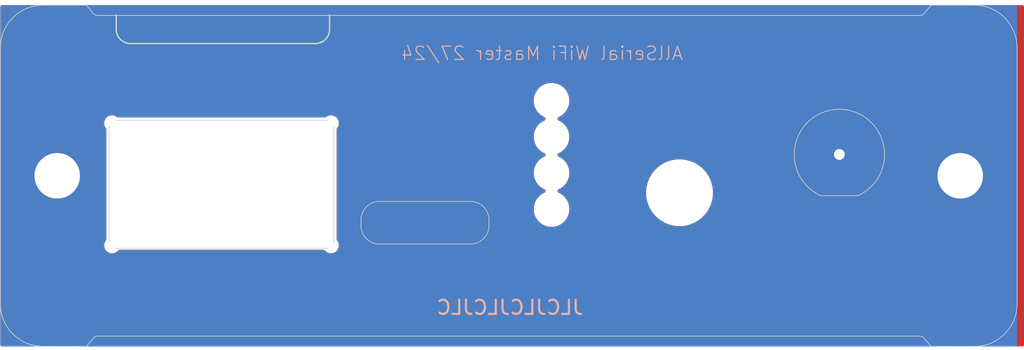
<source format=kicad_pcb>
(kicad_pcb (version 20240108) (generator "pcbnew") (generator_version "8.0")
  (layers (0 "F.Cu" signal) (31 "B.Cu" signal) (34 "B.Paste" user) (35 "F.Paste" user) (36 "B.SilkS" user "B.Silkscreen") (37 "F.SilkS" user "F.Silkscreen") (38 "B.Mask" user) (39 "F.Mask" user) (44 "Edge.Cuts" user))
  (net 0 "")
  (net 1 "GND")
  (footprint "" (layer "F.Cu") (at 157.193 99.999)
    (property "Reference" "@HOLE2" (hide yes))
    (property "Value" "" (at 0 0 0) (layer "F.SilkS") (effects (font (size 1.27 1.27))))
    (pad "" np_thru_hole circle (at 0 0) (size 2 2) (drill 2) (layers "*.Cu" "*.Mask"))
  )
  (footprint "" (layer "F.Cu") (at 157.193 105.079)
    (property "Reference" "@HOLE4" (hide yes))
    (property "Value" "" (at 0 0 0) (layer "F.SilkS") (effects (font (size 1.27 1.27))))
    (pad "" np_thru_hole circle (at 0 0) (size 2 2) (drill 2) (layers "*.Cu" "*.Mask"))
  )
  (footprint "AllSerial_Front:Metz_PT11304HBBN_182" (layer "F.Cu") (at 133.983 114.739)
    (property "Reference" "E$2" (hide yes))
    (property "Value" "" (hide yes))
    (fp_line (start -7.9 -15.7) (end -7.9 -7.2) (stroke (width 0.05)) (layer "Edge.Cuts"))
    (fp_line (start -7.7 -6.9) (end 7.7 -6.9) (stroke (width 0.05)) (layer "Edge.Cuts"))
    (fp_line (start 7.7 -15.9) (end -7.7 -15.9) (stroke (width 0.05)) (layer "Edge.Cuts"))
    (fp_line (start 7.9 -7.2) (end 7.9 -15.7) (stroke (width 0.05)) (layer "Edge.Cuts"))
    (fp_arc (start -7.9 -15.7) (mid -7.841421 -15.841421) (end -7.7 -15.9) (stroke (width 0.05)) (layer "Edge.Cuts"))
    (fp_arc (start -7.7 -6.9) (mid -7.862131 -7.008579) (end -7.9 -7.2) (stroke (width 0.05)) (layer "Edge.Cuts"))
    (fp_arc (start 7.7 -15.9) (mid 7.841421 -15.841421) (end 7.9 -15.7) (stroke (width 0.05)) (layer "Edge.Cuts"))
    (fp_arc (start 7.899999 -7.199999) (mid 7.841906 -7.022062) (end 7.7 -6.9) (stroke (width 0.05)) (layer "Edge.Cuts"))
    (pad "" np_thru_hole circle (at -7.7 -15.7) (size 0.6 0.6) (drill 0.6) (layers "*.Cu" "*.Mask"))
    (pad "" np_thru_hole circle (at -7.7 -7.1) (size 0.6 0.6) (drill 0.6) (layers "*.Cu" "*.Mask"))
    (pad "" np_thru_hole circle (at 7.7 -15.7) (size 0.6 0.6) (drill 0.6) (layers "*.Cu" "*.Mask"))
    (pad "" np_thru_hole circle (at 7.7 -7.1) (size 0.6 0.6) (drill 0.6) (layers "*.Cu" "*.Mask"))
    (zone (net 0) (net_name "") (layer "F.Cu") (connect_pads (clearance 0)) (min_thickness 0.25)
      (keepout (tracks not_allowed) (vias not_allowed) (pads not_allowed) (copperpour not_allowed) (footprints allowed))
      (fill (thermal_gap 0.5) (thermal_bridge_width 0.5))
      (polygon (pts (xy 125.883 98.639) (xy 142.083 98.639) (xy 142.083 107.939) (xy 125.883 107.939)))
    )
    (zone (net 0) (net_name "") (layer "B.Cu") (connect_pads (clearance 0)) (min_thickness 0.25)
      (keepout (tracks not_allowed) (vias not_allowed) (pads not_allowed) (copperpour not_allowed) (footprints allowed))
      (fill (thermal_gap 0.5) (thermal_bridge_width 0.5))
      (polygon (pts (xy 125.883 98.639) (xy 142.083 98.639) (xy 142.083 107.939) (xy 125.883 107.939)))
    )
  )
  (footprint "AllSerial:SMA-D" (layer "F.Cu") (at 177.433 101.239)
    (property "Reference" "X1" (hide yes))
    (property "Value" "~" (hide yes))
    (fp_line (start 1.2 2.9) (end -1.2 2.9) (stroke (width 0.05)) (layer "Edge.Cuts"))
    (fp_arc (start -1.499999 2.8) (mid 0.000001 -3.176476) (end 1.5 2.8) (stroke (width 0.05)) (layer "Edge.Cuts"))
    (fp_arc (start -1.2 2.9) (mid -1.358114 2.874342) (end -1.5 2.8) (stroke (width 0.05)) (layer "Edge.Cuts"))
    (fp_arc (start 1.5 2.8) (mid 1.358114 2.874342) (end 1.2 2.9) (stroke (width 0.05)) (layer "Edge.Cuts"))
    (pad "1" thru_hole circle (at 0 0) (size 9 9) (drill 0.762) (layers "*.Cu" "*.Mask") (net 1 "GND"))
  )
  (footprint "" (layer "F.Cu") (at 166.193 103.929)
    (property "Reference" "@HOLE0" (hide yes))
    (property "Value" "" (at 0 0 0) (layer "F.SilkS") (effects (font (size 1.27 1.27))))
    (pad "" np_thru_hole circle (at 0 0) (size 4.2 4.2) (drill 4.2) (layers "*.Cu" "*.Mask"))
  )
  (footprint "clipboard:195a9c3f-21e4-44ac-8656-a231c8f6a1e0" (layer "F.Cu") (at 142.633 90.639)
    (property "Reference" "" (at 0 0 0) (layer "F.SilkS") (effects (font (size 1.27 1.27))))
    (property "Value" "")
  )
  (footprint "AllSerial:Frontpanel_GND_2_Holes" (layer "F.Cu") (at 154.183 114.739)
    (property "Reference" "U1" (hide yes))
    (property "Value" "~" (hide yes))
    (fp_line (start -35.75 -3) (end -35.75 -21) (stroke (width 0.05)) (layer "Edge.Cuts"))
    (fp_line (start -32.75 -24) (end -29.7 -24) (stroke (width 0.05)) (layer "Edge.Cuts"))
    (fp_line (start -32.75 0) (end -29.7 0) (stroke (width 0.05)) (layer "Edge.Cuts"))
    (fp_line (start -29.2 -23.4) (end -29.7 -24) (stroke (width 0.05)) (layer "Edge.Cuts"))
    (fp_line (start -29.2 -0.6) (end -29.7 0) (stroke (width 0.05)) (layer "Edge.Cuts"))
    (fp_line (start -28.9 -23.275736) (end 28.9 -23.275736) (stroke (width 0.05)) (layer "Edge.Cuts"))
    (fp_line (start -28.9 -0.724264) (end 28.9 -0.724264) (stroke (width 0.05)) (layer "Edge.Cuts"))
    (fp_line (start 29.7 -24) (end 29.2 -23.4) (stroke (width 0.05)) (layer "Edge.Cuts"))
    (fp_line (start 29.7 -24) (end 32.75 -24) (stroke (width 0.05)) (layer "Edge.Cuts"))
    (fp_line (start 29.7 0) (end 29.2 -0.6) (stroke (width 0.05)) (layer "Edge.Cuts"))
    (fp_line (start 32.75 0) (end 29.7 0) (stroke (width 0.05)) (layer "Edge.Cuts"))
    (fp_line (start 35.75 -21) (end 35.75 -3) (stroke (width 0.05)) (layer "Edge.Cuts"))
    (fp_arc (start -35.75 -21) (mid -34.87132 -23.12132) (end -32.75 -24) (stroke (width 0.05)) (layer "Edge.Cuts"))
    (fp_arc (start -32.75 0) (mid -34.87132 -0.87868) (end -35.75 -3) (stroke (width 0.05)) (layer "Edge.Cuts"))
    (fp_arc (start -29.2 -0.6) (mid -29.062359 -0.691969) (end -28.9 -0.724264) (stroke (width 0.05)) (layer "Edge.Cuts"))
    (fp_arc (start -28.9 -23.275736) (mid -29.062359 -23.308031) (end -29.2 -23.4) (stroke (width 0.05)) (layer "Edge.Cuts"))
    (fp_arc (start 28.9 -0.724264) (mid 29.062359 -0.691969) (end 29.2 -0.6) (stroke (width 0.05)) (layer "Edge.Cuts"))
    (fp_arc (start 29.2 -23.4) (mid 29.062359 -23.308031) (end 28.9 -23.275736) (stroke (width 0.05)) (layer "Edge.Cuts"))
    (fp_arc (start 32.75 -24) (mid 34.87132 -23.12132) (end 35.75 -21) (stroke (width 0.05)) (layer "Edge.Cuts"))
    (fp_arc (start 35.75 -3) (mid 34.87132 -0.87868) (end 32.75 0) (stroke (width 0.05)) (layer "Edge.Cuts"))
    (pad "1" thru_hole circle (at -31.75 -12) (size 5 5) (drill 3.2) (layers "*.Cu" "*.Mask") (net 1 "GND"))
    (pad "2" thru_hole circle (at 31.75 -12) (size 5 5) (drill 3.2) (layers "*.Cu" "*.Mask") (net 1 "GND"))
  )
  (footprint "" (layer "F.Cu") (at 157.193 97.459)
    (property "Reference" "@HOLE1" (hide yes))
    (property "Value" "" (at 0 0 0) (layer "F.SilkS") (effects (font (size 1.27 1.27))))
    (pad "" np_thru_hole circle (at 0 0) (size 2 2) (drill 2) (layers "*.Cu" "*.Mask"))
  )
  (footprint "" (layer "F.Cu") (at 157.193 102.539)
    (property "Reference" "@HOLE3" (hide yes))
    (property "Value" "" (at 0 0 0) (layer "F.SilkS") (effects (font (size 1.27 1.27))))
    (pad "" np_thru_hole circle (at 0 0) (size 2 2) (drill 2) (layers "*.Cu" "*.Mask"))
  )
  (gr_line (start 152.793 105.839) (end 152.793 106.239) (stroke (width 0.05)) (layer "Edge.Cuts"))
  (gr_line (start 126.583 91.439) (end 126.583 92.439) (stroke (width 0.1)) (layer "Edge.Cuts"))
  (gr_line (start 143.793 105.839) (end 143.793 106.239) (stroke (width 0.05)) (layer "Edge.Cuts"))
  (gr_arc (start 152.793 106.239) (mid 152.412239 107.158239) (end 151.493 107.539) (stroke (width 0.05)) (layer "Edge.Cuts"))
  (gr_line (start 145.093 104.539) (end 151.493 104.539) (stroke (width 0.05)) (layer "Edge.Cuts"))
  (gr_arc (start 145.093 107.539) (mid 144.173761 107.158239) (end 143.793 106.239) (stroke (width 0.05)) (layer "Edge.Cuts"))
  (gr_line (start 141.583 91.439) (end 141.583 92.439) (stroke (width 0.1)) (layer "Edge.Cuts"))
  (gr_line (start 145.093 107.539) (end 151.493 107.539) (stroke (width 0.05)) (layer "Edge.Cuts"))
  (gr_arc (start 143.793 105.839) (mid 144.173761 104.919761) (end 145.093 104.539) (stroke (width 0.05)) (layer "Edge.Cuts"))
  (gr_arc (start 151.493 104.539) (mid 152.412239 104.919761) (end 152.793 105.839) (stroke (width 0.05)) (layer "Edge.Cuts"))
  (gr_arc (start 127.583 93.439) (mid 126.875893 93.146107) (end 126.583 92.439) (stroke (width 0.1)) (layer "Edge.Cuts"))
  (gr_arc (start 141.583 92.439) (mid 141.290107 93.146107) (end 140.583 93.439) (stroke (width 0.1)) (layer "Edge.Cuts"))
  (gr_line (start 127.583 93.439) (end 140.583 93.439) (stroke (width 0.1)) (layer "Edge.Cuts"))
  (gr_text "AllSerial WiFi Master 27/24" (at 166.498 94.673 0) (layer "B.SilkS") (effects (font (size 0.93472 0.93472) (thickness 0.08128)) (justify left bottom mirror)))
  (gr_text "JLCJLCJLCJLC" (at 159.513 112.58 0) (layer "B.SilkS") (effects (font (size 1 1)) (justify left bottom mirror)))
  (segment (start 186.183 95.989) (end 186.933 96.739) (width 0.3048) (layer "F.Cu") (net 0))
  (segment (start 186.183 95.989) (end 185.433 96.739) (width 0.3048) (layer "F.Cu") (net 0))
  (segment (start 186.183 97.989) (end 186.183 95.989) (width 0.3048) (layer "F.Cu") (net 0))
  (zone (net 1) (net_name "GND") (layer "F.Cu") (priority 1) (connect_pads yes (clearance 0)) (min_thickness 0.25) (fill yes (thermal_gap 0.5) (thermal_bridge_width 0.5))
    (polygon (pts (xy 118.433 90.739) (xy 118.433 114.739) (xy 190.433 114.739) (xy 190.433 90.739)))
  )
  (zone (net 1) (net_name "GND") (layer "B.Cu") (connect_pads yes (clearance 0.5)) (min_thickness 0.25) (fill yes (thermal_gap 0.5) (thermal_bridge_width 0.5) (island_removal_mode 1) (island_area_min 10))
    (polygon (pts (xy 118.433 90.739) (xy 189.933 90.739) (xy 189.933 114.739) (xy 118.433 114.739)))
  )
)
</source>
